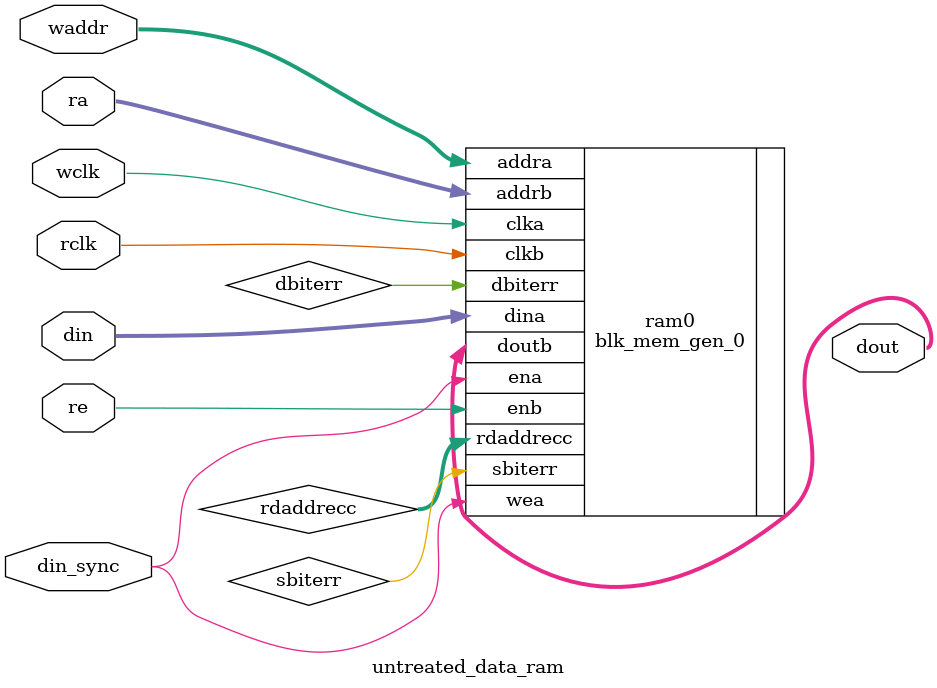
<source format=v>
`timescale 1ns / 1ps

module untreated_data_ram(
wclk,
waddr,
din_sync,
din,
rclk,
re,
ra,
dout
    );

input wclk;
input [13:0]waddr;
input din_sync;
input [15:0]din;
input rclk;
input re;
input [13:0]ra;
output [15:0]dout;

wire sbiterr,dbiterr;
wire [13:0]rdaddrecc;

blk_mem_gen_0 ram0(
.clka(wclk),
.ena(din_sync),
.wea(din_sync),
.addra(waddr),
.dina(din),
.clkb(rclk),
.enb(re),
.addrb(ra),
.doutb(dout),
.sbiterr(sbiterr),
.dbiterr(dbiterr),
.rdaddrecc(rdaddrecc)
);
endmodule

</source>
